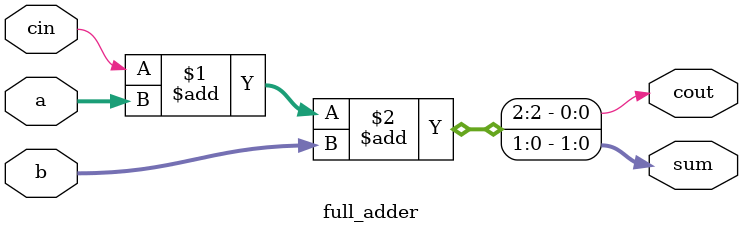
<source format=v>
module full_adder(
    input [1:0] a,
    input [1:0] b,
    input cin,
    output [1:0] sum,
    output cout
);

     assign {cout,sum}= cin + a +b;

endmodule
</source>
